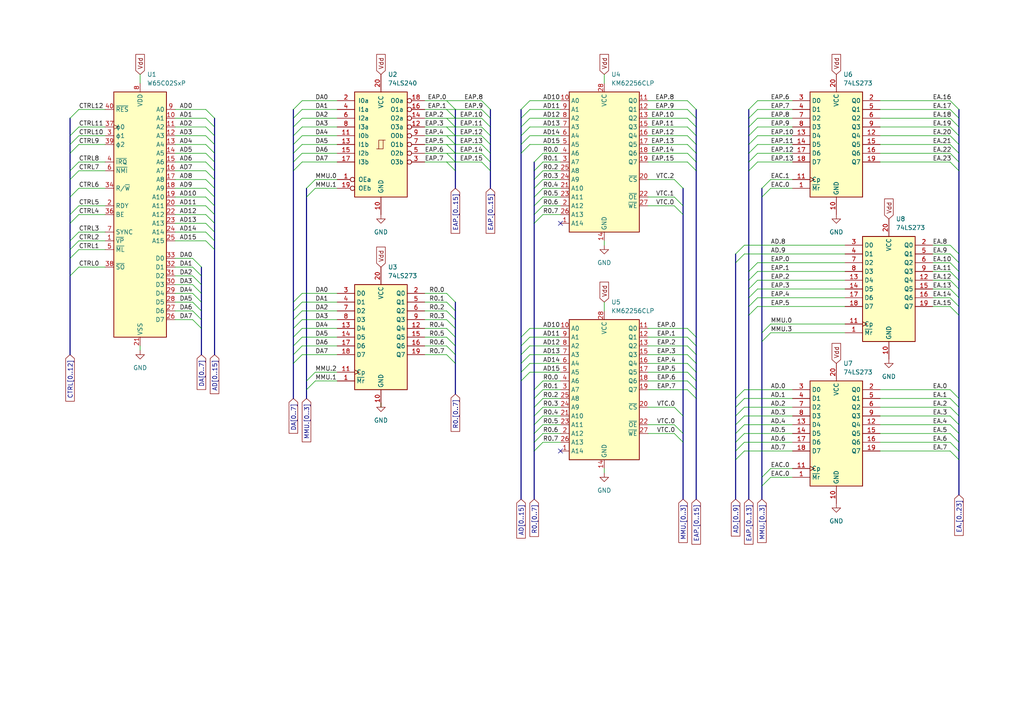
<source format=kicad_sch>
(kicad_sch (version 20211123) (generator eeschema)
  (paper "A4")
  (lib_symbols
    (symbol "74xx:74LS240" (pin_names (offset 1.016))
      (property "Reference" "U" (at -7.62 16.51 0))
      (property "Value" "74LS240" (at -7.62 -16.51 0))
      (symbol "74LS240_1_0"
        (pin input inverted (at -12.7 -10.16 0) (length 5.08) (name "OEa") (number "1"))
        (pin power_in line (at 0 -20.32 90) (length 5.08) (name "GND") (number "10"))
        (pin input line (at -12.7 2.54 0) (length 5.08) (name "I0b") (number "11"))
        (pin tri_state inverted (at 12.7 5.08 180) (length 5.08) (name "O3a") (number "12"))
        (pin input line (at -12.7 0 0) (length 5.08) (name "I1b") (number "13"))
        (pin tri_state inverted (at 12.7 7.62 180) (length 5.08) (name "O2a") (number "14"))
        (pin input line (at -12.7 -2.54 0) (length 5.08) (name "I2b") (number "15"))
        (pin tri_state inverted (at 12.7 10.16 180) (length 5.08) (name "O1a") (number "16"))
        (pin input line (at -12.7 -5.08 0) (length 5.08) (name "I3b") (number "17"))
        (pin tri_state inverted (at 12.7 12.7 180) (length 5.08) (name "O0a") (number "18"))
        (pin input inverted (at -12.7 -12.7 0) (length 5.08) (name "OEb") (number "19"))
        (pin input line (at -12.7 12.7 0) (length 5.08) (name "I0a") (number "2"))
        (pin power_in line (at 0 20.32 270) (length 5.08) (name "VCC") (number "20"))
        (pin tri_state inverted (at 12.7 -5.08 180) (length 5.08) (name "O3b") (number "3"))
        (pin input line (at -12.7 10.16 0) (length 5.08) (name "I1a") (number "4"))
        (pin tri_state inverted (at 12.7 -2.54 180) (length 5.08) (name "O2b") (number "5"))
        (pin input line (at -12.7 7.62 0) (length 5.08) (name "I2a") (number "6"))
        (pin tri_state inverted (at 12.7 0 180) (length 5.08) (name "O1b") (number "7"))
        (pin input line (at -12.7 5.08 0) (length 5.08) (name "I3a") (number "8"))
        (pin tri_state inverted (at 12.7 2.54 180) (length 5.08) (name "O0b") (number "9"))
      )
    )
    (symbol "74xx:74LS273"
      (property "Reference" "U" (at -7.62 16.51 0))
      (property "Value" "74LS273" (at -7.62 -16.51 0))
      (symbol "74LS273_1_0"
        (pin input line (at -12.7 -12.7 0) (length 5.08) (name "~{Mr}") (number "1"))
        (pin power_in line (at 0 -20.32 90) (length 5.08) (name "GND") (number "10"))
        (pin input clock (at -12.7 -10.16 0) (length 5.08) (name "Cp") (number "11"))
        (pin output line (at 12.7 2.54 180) (length 5.08) (name "Q4") (number "12"))
        (pin input line (at -12.7 2.54 0) (length 5.08) (name "D4") (number "13"))
        (pin input line (at -12.7 0 0) (length 5.08) (name "D5") (number "14"))
        (pin output line (at 12.7 0 180) (length 5.08) (name "Q5") (number "15"))
        (pin output line (at 12.7 -2.54 180) (length 5.08) (name "Q6") (number "16"))
        (pin input line (at -12.7 -2.54 0) (length 5.08) (name "D6") (number "17"))
        (pin input line (at -12.7 -5.08 0) (length 5.08) (name "D7") (number "18"))
        (pin output line (at 12.7 -5.08 180) (length 5.08) (name "Q7") (number "19"))
        (pin output line (at 12.7 12.7 180) (length 5.08) (name "Q0") (number "2"))
        (pin power_in line (at 0 20.32 270) (length 5.08) (name "VCC") (number "20"))
        (pin input line (at -12.7 12.7 0) (length 5.08) (name "D0") (number "3"))
        (pin input line (at -12.7 10.16 0) (length 5.08) (name "D1") (number "4"))
        (pin output line (at 12.7 10.16 180) (length 5.08) (name "Q1") (number "5"))
        (pin output line (at 12.7 7.62 180) (length 5.08) (name "Q2") (number "6"))
        (pin input line (at -12.7 7.62 0) (length 5.08) (name "D2") (number "7"))
        (pin input line (at -12.7 5.08 0) (length 5.08) (name "D3") (number "8"))
        (pin output line (at 12.7 5.08 180) (length 5.08) (name "Q3") (number "9"))
      )
    )
    (symbol "Memory_RAM:KM62256CLP"
      (property "Reference" "U" (at -10.16 20.955 0))
      (property "Value" "KM62256CLP" (at 2.54 20.955 0))
      (symbol "KM62256CLP_0_0"
        (pin power_in line (at 0 -22.86 90) (length 2.54) (name "GND") (number "14"))
        (pin power_in line (at 0 22.86 270) (length 2.54) (name "VCC") (number "28"))
      )
      (symbol "KM62256CLP_1_1"
        (pin input line (at -12.7 -17.78 0) (length 2.54) (name "A14") (number "1"))
        (pin input line (at -12.7 17.78 0) (length 2.54) (name "A0") (number "10"))
        (pin tri_state line (at 12.7 17.78 180) (length 2.54) (name "Q0") (number "11"))
        (pin tri_state line (at 12.7 15.24 180) (length 2.54) (name "Q1") (number "12"))
        (pin tri_state line (at 12.7 12.7 180) (length 2.54) (name "Q2") (number "13"))
        (pin tri_state line (at 12.7 10.16 180) (length 2.54) (name "Q3") (number "15"))
        (pin tri_state line (at 12.7 7.62 180) (length 2.54) (name "Q4") (number "16"))
        (pin tri_state line (at 12.7 5.08 180) (length 2.54) (name "Q5") (number "17"))
        (pin tri_state line (at 12.7 2.54 180) (length 2.54) (name "Q6") (number "18"))
        (pin tri_state line (at 12.7 0 180) (length 2.54) (name "Q7") (number "19"))
        (pin input line (at -12.7 -12.7 0) (length 2.54) (name "A12") (number "2"))
        (pin input line (at 12.7 -5.08 180) (length 2.54) (name "~{CS}") (number "20"))
        (pin input line (at -12.7 -7.62 0) (length 2.54) (name "A10") (number "21"))
        (pin input line (at 12.7 -10.16 180) (length 2.54) (name "~{OE}") (number "22"))
        (pin input line (at -12.7 -10.16 0) (length 2.54) (name "A11") (number "23"))
        (pin input line (at -12.7 -5.08 0) (length 2.54) (name "A9") (number "24"))
        (pin input line (at -12.7 -2.54 0) (length 2.54) (name "A8") (number "25"))
        (pin input line (at -12.7 -15.24 0) (length 2.54) (name "A13") (number "26"))
        (pin input line (at 12.7 -12.7 180) (length 2.54) (name "~{WE}") (number "27"))
        (pin input line (at -12.7 0 0) (length 2.54) (name "A7") (number "3"))
        (pin input line (at -12.7 2.54 0) (length 2.54) (name "A6") (number "4"))
        (pin input line (at -12.7 5.08 0) (length 2.54) (name "A5") (number "5"))
        (pin input line (at -12.7 7.62 0) (length 2.54) (name "A4") (number "6"))
        (pin input line (at -12.7 10.16 0) (length 2.54) (name "A3") (number "7"))
        (pin input line (at -12.7 12.7 0) (length 2.54) (name "A2") (number "8"))
        (pin input line (at -12.7 15.24 0) (length 2.54) (name "A1") (number "9"))
      )
    )
    (symbol "RetroLab 6502:W65C02SxP"
      (property "Reference" "U" (at 2.54 40.64 0))
      (property "Value" "W65C02SxP" (at 2.54 38.1 0))
      (symbol "W65C02SxP_1_1"
        (pin output line (at -10.16 -7.62 0) (length 2.54) (name "~{VP}") (number "1"))
        (pin tri_state line (at 10.16 27.94 180) (length 2.54) (name "A1") (number "10"))
        (pin tri_state line (at 10.16 25.4 180) (length 2.54) (name "A2") (number "11"))
        (pin tri_state line (at 10.16 22.86 180) (length 2.54) (name "A3") (number "12"))
        (pin tri_state line (at 10.16 20.32 180) (length 2.54) (name "A4") (number "13"))
        (pin tri_state line (at 10.16 17.78 180) (length 2.54) (name "A5") (number "14"))
        (pin tri_state line (at 10.16 15.24 180) (length 2.54) (name "A6") (number "15"))
        (pin tri_state line (at 10.16 12.7 180) (length 2.54) (name "A7") (number "16"))
        (pin tri_state line (at 10.16 10.16 180) (length 2.54) (name "A8") (number "17"))
        (pin tri_state line (at 10.16 7.62 180) (length 2.54) (name "A9") (number "18"))
        (pin tri_state line (at 10.16 5.08 180) (length 2.54) (name "A10") (number "19"))
        (pin open_collector line (at -10.16 2.54 0) (length 2.54) (name "RDY") (number "2"))
        (pin tri_state line (at 10.16 2.54 180) (length 2.54) (name "A11") (number "20"))
        (pin power_in line (at 0 -38.1 90) (length 2.54) (name "VSS") (number "21"))
        (pin tri_state line (at 10.16 0 180) (length 2.54) (name "A12") (number "22"))
        (pin tri_state line (at 10.16 -2.54 180) (length 2.54) (name "A13") (number "23"))
        (pin tri_state line (at 10.16 -5.08 180) (length 2.54) (name "A14") (number "24"))
        (pin tri_state line (at 10.16 -7.62 180) (length 2.54) (name "A15") (number "25"))
        (pin bidirectional line (at 10.16 -30.48 180) (length 2.54) (name "D7") (number "26"))
        (pin bidirectional line (at 10.16 -27.94 180) (length 2.54) (name "D6") (number "27"))
        (pin bidirectional line (at 10.16 -25.4 180) (length 2.54) (name "D5") (number "28"))
        (pin bidirectional line (at 10.16 -22.86 180) (length 2.54) (name "D4") (number "29"))
        (pin output line (at -10.16 22.86 0) (length 2.54) (name "ϕ1") (number "3"))
        (pin bidirectional line (at 10.16 -20.32 180) (length 2.54) (name "D3") (number "30"))
        (pin bidirectional line (at 10.16 -17.78 180) (length 2.54) (name "D2") (number "31"))
        (pin bidirectional line (at 10.16 -15.24 180) (length 2.54) (name "D1") (number "32"))
        (pin bidirectional line (at 10.16 -12.7 180) (length 2.54) (name "D0") (number "33"))
        (pin tri_state line (at -10.16 7.62 0) (length 2.54) (name "R/~{W}") (number "34"))
        (pin no_connect non_logic (at -7.62 -30.48 0) (length 2.54) hide (name "nc") (number "35"))
        (pin input line (at -10.16 0 0) (length 2.54) (name "BE") (number "36"))
        (pin input clock (at -10.16 25.4 0) (length 2.54) (name "ϕ0") (number "37"))
        (pin input line (at -10.16 -15.24 0) (length 2.54) (name "~{SO}") (number "38"))
        (pin output line (at -10.16 20.32 0) (length 2.54) (name "ϕ2") (number "39"))
        (pin input line (at -10.16 15.24 0) (length 2.54) (name "~{IRQ}") (number "4"))
        (pin input line (at -10.16 30.48 0) (length 2.54) (name "~{RES}") (number "40"))
        (pin output line (at -10.16 -10.16 0) (length 2.54) (name "~{ML}") (number "5"))
        (pin input line (at -10.16 12.7 0) (length 2.54) (name "~{NMI}") (number "6"))
        (pin output line (at -10.16 -5.08 0) (length 2.54) (name "SYNC") (number "7"))
        (pin power_in line (at 0 38.1 270) (length 2.54) (name "VDD") (number "8"))
        (pin tri_state line (at 10.16 30.48 180) (length 2.54) (name "A0") (number "9"))
      )
    )
    (symbol "power:GND" (power) (pin_names (offset 0))
      (property "Value" "GND" (at 0 -3.81 0))
      (symbol "GND_1_1"
        (pin power_in line (at 0 0 270) (length 0) hide (name "GND") (number "1"))
      )
    )
  )
  (no_connect (at 162.56 64.77))
  (no_connect (at 162.56 130.81))
  (bus_entry (at 201.93 102.87) (size -2.54 -2.54))
  (bus_entry (at 132.08 105.41) (size -2.54 -2.54))
  (bus_entry (at 20.32 74.93) (size 2.54 -2.54))
  (bus_entry (at 278.13 91.44) (size -2.54 -2.54))
  (bus_entry (at 154.94 46.99) (size 2.54 -2.54))
  (bus_entry (at 151.13 105.41) (size 2.54 -2.54))
  (bus_entry (at 132.08 41.91) (size -2.54 -2.54))
  (bus_entry (at 278.13 49.53) (size -2.54 -2.54))
  (bus_entry (at 198.12 120.65) (size -2.54 -2.54))
  (bus_entry (at 132.08 49.53) (size -2.54 -2.54))
  (bus_entry (at 151.13 31.75) (size 2.54 -2.54))
  (bus_entry (at 201.93 110.49) (size -2.54 -2.54))
  (bus_entry (at 151.13 97.79) (size 2.54 -2.54))
  (bus_entry (at 88.9 113.03) (size 2.54 -2.54))
  (bus_entry (at 217.17 88.9) (size 2.54 -2.54))
  (bus_entry (at 154.94 59.69) (size 2.54 -2.54))
  (bus_entry (at 217.17 91.44) (size 2.54 -2.54))
  (bus_entry (at 278.13 88.9) (size -2.54 -2.54))
  (bus_entry (at 151.13 36.83) (size 2.54 -2.54))
  (bus_entry (at 220.98 57.15) (size 2.54 -2.54))
  (bus_entry (at 201.93 107.95) (size -2.54 -2.54))
  (bus_entry (at 132.08 46.99) (size -2.54 -2.54))
  (bus_entry (at 20.32 41.91) (size 2.54 -2.54))
  (bus_entry (at 213.36 120.65) (size 2.54 -2.54))
  (bus_entry (at 85.09 39.37) (size 2.54 -2.54))
  (bus_entry (at 85.09 36.83) (size 2.54 -2.54))
  (bus_entry (at 278.13 123.19) (size -2.54 -2.54))
  (bus_entry (at 201.93 44.45) (size -2.54 -2.54))
  (bus_entry (at 132.08 95.25) (size -2.54 -2.54))
  (bus_entry (at 198.12 125.73) (size -2.54 -2.54))
  (bus_entry (at 198.12 62.23) (size -2.54 -2.54))
  (bus_entry (at 220.98 138.43) (size 2.54 -2.54))
  (bus_entry (at 151.13 110.49) (size 2.54 -2.54))
  (bus_entry (at 278.13 34.29) (size -2.54 -2.54))
  (bus_entry (at 20.32 52.07) (size 2.54 -2.54))
  (bus_entry (at 132.08 36.83) (size -2.54 -2.54))
  (bus_entry (at 151.13 41.91) (size 2.54 -2.54))
  (bus_entry (at 201.93 36.83) (size -2.54 -2.54))
  (bus_entry (at 213.36 130.81) (size 2.54 -2.54))
  (bus_entry (at 59.69 62.23) (size 2.54 2.54))
  (bus_entry (at 59.69 64.77) (size 2.54 2.54))
  (bus_entry (at 59.69 69.85) (size 2.54 2.54))
  (bus_entry (at 59.69 67.31) (size 2.54 2.54))
  (bus_entry (at 59.69 57.15) (size 2.54 2.54))
  (bus_entry (at 59.69 59.69) (size 2.54 2.54))
  (bus_entry (at 59.69 54.61) (size 2.54 2.54))
  (bus_entry (at 59.69 52.07) (size 2.54 2.54))
  (bus_entry (at 59.69 44.45) (size 2.54 2.54))
  (bus_entry (at 59.69 41.91) (size 2.54 2.54))
  (bus_entry (at 59.69 39.37) (size 2.54 2.54))
  (bus_entry (at 59.69 31.75) (size 2.54 2.54))
  (bus_entry (at 59.69 34.29) (size 2.54 2.54))
  (bus_entry (at 59.69 36.83) (size 2.54 2.54))
  (bus_entry (at 59.69 46.99) (size 2.54 2.54))
  (bus_entry (at 59.69 49.53) (size 2.54 2.54))
  (bus_entry (at 151.13 44.45) (size 2.54 -2.54))
  (bus_entry (at 154.94 130.81) (size 2.54 -2.54))
  (bus_entry (at 213.36 118.11) (size 2.54 -2.54))
  (bus_entry (at 132.08 31.75) (size -2.54 -2.54))
  (bus_entry (at 85.09 49.53) (size 2.54 -2.54))
  (bus_entry (at 278.13 115.57) (size -2.54 -2.54))
  (bus_entry (at 217.17 34.29) (size 2.54 -2.54))
  (bus_entry (at 20.32 49.53) (size 2.54 -2.54))
  (bus_entry (at 213.36 133.35) (size 2.54 -2.54))
  (bus_entry (at 278.13 133.35) (size -2.54 -2.54))
  (bus_entry (at 278.13 31.75) (size -2.54 -2.54))
  (bus_entry (at 132.08 39.37) (size -2.54 -2.54))
  (bus_entry (at 142.24 44.45) (size -2.54 -2.54))
  (bus_entry (at 278.13 86.36) (size -2.54 -2.54))
  (bus_entry (at 201.93 31.75) (size -2.54 -2.54))
  (bus_entry (at 220.98 140.97) (size 2.54 -2.54))
  (bus_entry (at 154.94 118.11) (size 2.54 -2.54))
  (bus_entry (at 85.09 41.91) (size 2.54 -2.54))
  (bus_entry (at 154.94 49.53) (size 2.54 -2.54))
  (bus_entry (at 20.32 62.23) (size 2.54 -2.54))
  (bus_entry (at 278.13 44.45) (size -2.54 -2.54))
  (bus_entry (at 85.09 100.33) (size 2.54 -2.54))
  (bus_entry (at 201.93 49.53) (size -2.54 -2.54))
  (bus_entry (at 151.13 39.37) (size 2.54 -2.54))
  (bus_entry (at 278.13 46.99) (size -2.54 -2.54))
  (bus_entry (at 142.24 31.75) (size -2.54 -2.54))
  (bus_entry (at 88.9 110.49) (size 2.54 -2.54))
  (bus_entry (at 198.12 59.69) (size -2.54 -2.54))
  (bus_entry (at 88.9 57.15) (size 2.54 -2.54))
  (bus_entry (at 142.24 49.53) (size -2.54 -2.54))
  (bus_entry (at 278.13 81.28) (size -2.54 -2.54))
  (bus_entry (at 20.32 34.29) (size 2.54 -2.54))
  (bus_entry (at 278.13 41.91) (size -2.54 -2.54))
  (bus_entry (at 217.17 86.36) (size 2.54 -2.54))
  (bus_entry (at 278.13 125.73) (size -2.54 -2.54))
  (bus_entry (at 154.94 128.27) (size 2.54 -2.54))
  (bus_entry (at 201.93 39.37) (size -2.54 -2.54))
  (bus_entry (at 154.94 123.19) (size 2.54 -2.54))
  (bus_entry (at 198.12 128.27) (size -2.54 -2.54))
  (bus_entry (at 201.93 41.91) (size -2.54 -2.54))
  (bus_entry (at 129.54 85.09) (size 2.54 2.54))
  (bus_entry (at 129.54 87.63) (size 2.54 2.54))
  (bus_entry (at 85.09 105.41) (size 2.54 -2.54))
  (bus_entry (at 278.13 36.83) (size -2.54 -2.54))
  (bus_entry (at 85.09 92.71) (size 2.54 -2.54))
  (bus_entry (at 278.13 120.65) (size -2.54 -2.54))
  (bus_entry (at 278.13 78.74) (size -2.54 -2.54))
  (bus_entry (at 151.13 34.29) (size 2.54 -2.54))
  (bus_entry (at 278.13 83.82) (size -2.54 -2.54))
  (bus_entry (at 85.09 102.87) (size 2.54 -2.54))
  (bus_entry (at 85.09 97.79) (size 2.54 -2.54))
  (bus_entry (at 217.17 46.99) (size 2.54 -2.54))
  (bus_entry (at 201.93 34.29) (size -2.54 -2.54))
  (bus_entry (at 213.36 76.2) (size 2.54 -2.54))
  (bus_entry (at 20.32 69.85) (size 2.54 -2.54))
  (bus_entry (at 151.13 102.87) (size 2.54 -2.54))
  (bus_entry (at 132.08 102.87) (size -2.54 -2.54))
  (bus_entry (at 201.93 97.79) (size -2.54 -2.54))
  (bus_entry (at 85.09 87.63) (size 2.54 -2.54))
  (bus_entry (at 142.24 34.29) (size -2.54 -2.54))
  (bus_entry (at 151.13 107.95) (size 2.54 -2.54))
  (bus_entry (at 88.9 54.61) (size 2.54 -2.54))
  (bus_entry (at 142.24 41.91) (size -2.54 -2.54))
  (bus_entry (at 217.17 81.28) (size 2.54 -2.54))
  (bus_entry (at 213.36 128.27) (size 2.54 -2.54))
  (bus_entry (at 213.36 73.66) (size 2.54 -2.54))
  (bus_entry (at 142.24 39.37) (size -2.54 -2.54))
  (bus_entry (at 20.32 57.15) (size 2.54 -2.54))
  (bus_entry (at 217.17 31.75) (size 2.54 -2.54))
  (bus_entry (at 220.98 99.06) (size 2.54 -2.54))
  (bus_entry (at 154.94 113.03) (size 2.54 -2.54))
  (bus_entry (at 278.13 118.11) (size -2.54 -2.54))
  (bus_entry (at 85.09 31.75) (size 2.54 -2.54))
  (bus_entry (at 154.94 54.61) (size 2.54 -2.54))
  (bus_entry (at 154.94 120.65) (size 2.54 -2.54))
  (bus_entry (at 154.94 64.77) (size 2.54 -2.54))
  (bus_entry (at 132.08 92.71) (size -2.54 -2.54))
  (bus_entry (at 217.17 83.82) (size 2.54 -2.54))
  (bus_entry (at 55.88 74.93) (size 2.54 2.54))
  (bus_entry (at 55.88 77.47) (size 2.54 2.54))
  (bus_entry (at 55.88 80.01) (size 2.54 2.54))
  (bus_entry (at 55.88 82.55) (size 2.54 2.54))
  (bus_entry (at 55.88 85.09) (size 2.54 2.54))
  (bus_entry (at 55.88 92.71) (size 2.54 2.54))
  (bus_entry (at 55.88 90.17) (size 2.54 2.54))
  (bus_entry (at 55.88 87.63) (size 2.54 2.54))
  (bus_entry (at 217.17 44.45) (size 2.54 -2.54))
  (bus_entry (at 213.36 115.57) (size 2.54 -2.54))
  (bus_entry (at 20.32 39.37) (size 2.54 -2.54))
  (bus_entry (at 154.94 57.15) (size 2.54 -2.54))
  (bus_entry (at 278.13 128.27) (size -2.54 -2.54))
  (bus_entry (at 132.08 100.33) (size -2.54 -2.54))
  (bus_entry (at 85.09 95.25) (size 2.54 -2.54))
  (bus_entry (at 132.08 97.79) (size -2.54 -2.54))
  (bus_entry (at 85.09 44.45) (size 2.54 -2.54))
  (bus_entry (at 220.98 54.61) (size 2.54 -2.54))
  (bus_entry (at 217.17 41.91) (size 2.54 -2.54))
  (bus_entry (at 154.94 115.57) (size 2.54 -2.54))
  (bus_entry (at 154.94 62.23) (size 2.54 -2.54))
  (bus_entry (at 201.93 100.33) (size -2.54 -2.54))
  (bus_entry (at 278.13 130.81) (size -2.54 -2.54))
  (bus_entry (at 217.17 39.37) (size 2.54 -2.54))
  (bus_entry (at 278.13 73.66) (size -2.54 -2.54))
  (bus_entry (at 85.09 34.29) (size 2.54 -2.54))
  (bus_entry (at 20.32 72.39) (size 2.54 -2.54))
  (bus_entry (at 85.09 46.99) (size 2.54 -2.54))
  (bus_entry (at 217.17 78.74) (size 2.54 -2.54))
  (bus_entry (at 198.12 54.61) (size -2.54 -2.54))
  (bus_entry (at 201.93 113.03) (size -2.54 -2.54))
  (bus_entry (at 278.13 76.2) (size -2.54 -2.54))
  (bus_entry (at 213.36 123.19) (size 2.54 -2.54))
  (bus_entry (at 132.08 44.45) (size -2.54 -2.54))
  (bus_entry (at 85.09 90.17) (size 2.54 -2.54))
  (bus_entry (at 217.17 49.53) (size 2.54 -2.54))
  (bus_entry (at 151.13 100.33) (size 2.54 -2.54))
  (bus_entry (at 20.32 80.01) (size 2.54 -2.54))
  (bus_entry (at 278.13 39.37) (size -2.54 -2.54))
  (bus_entry (at 220.98 96.52) (size 2.54 -2.54))
  (bus_entry (at 20.32 64.77) (size 2.54 -2.54))
  (bus_entry (at 142.24 46.99) (size -2.54 -2.54))
  (bus_entry (at 213.36 125.73) (size 2.54 -2.54))
  (bus_entry (at 201.93 46.99) (size -2.54 -2.54))
  (bus_entry (at 201.93 105.41) (size -2.54 -2.54))
  (bus_entry (at 154.94 52.07) (size 2.54 -2.54))
  (bus_entry (at 132.08 34.29) (size -2.54 -2.54))
  (bus_entry (at 154.94 125.73) (size 2.54 -2.54))
  (bus_entry (at 201.93 115.57) (size -2.54 -2.54))
  (bus_entry (at 20.32 44.45) (size 2.54 -2.54))
  (bus_entry (at 217.17 36.83) (size 2.54 -2.54))
  (bus_entry (at 142.24 36.83) (size -2.54 -2.54))
  (bus (pts (xy 20.32 57.15) (xy 20.32 62.23)))
  (bus (pts (xy 62.23 34.29) (xy 62.23 36.83)))
  (wire (pts (xy 219.71 34.29) (xy 229.87 34.29)))
  (bus (pts (xy 58.42 80.01) (xy 58.42 82.55)))
  (wire (pts (xy 157.48 54.61) (xy 162.56 54.61)))
  (wire (pts (xy 187.96 100.33) (xy 199.39 100.33)))
  (wire (pts (xy 219.71 81.28) (xy 245.11 81.28)))
  (wire (pts (xy 50.8 85.09) (xy 55.88 85.09)))
  (bus (pts (xy 154.94 52.07) (xy 154.94 54.61)))
  (wire (pts (xy 22.86 39.37) (xy 30.48 39.37)))
  (wire (pts (xy 157.48 123.19) (xy 162.56 123.19)))
  (wire (pts (xy 255.27 29.21) (xy 275.59 29.21)))
  (bus (pts (xy 278.13 128.27) (xy 278.13 130.81)))
  (wire (pts (xy 87.63 100.33) (xy 97.79 100.33)))
  (bus (pts (xy 85.09 100.33) (xy 85.09 102.87)))
  (bus (pts (xy 151.13 110.49) (xy 151.13 144.78)))
  (bus (pts (xy 85.09 34.29) (xy 85.09 36.83)))
  (bus (pts (xy 62.23 67.31) (xy 62.23 69.85)))
  (wire (pts (xy 219.71 78.74) (xy 245.11 78.74)))
  (wire (pts (xy 157.48 118.11) (xy 162.56 118.11)))
  (bus (pts (xy 213.36 133.35) (xy 213.36 144.78)))
  (bus (pts (xy 132.08 87.63) (xy 132.08 90.17)))
  (bus (pts (xy 142.24 46.99) (xy 142.24 49.53)))
  (bus (pts (xy 278.13 76.2) (xy 278.13 78.74)))
  (bus (pts (xy 132.08 102.87) (xy 132.08 105.41)))
  (bus (pts (xy 278.13 31.75) (xy 278.13 34.29)))
  (bus (pts (xy 62.23 59.69) (xy 62.23 62.23)))
  (wire (pts (xy 157.48 57.15) (xy 162.56 57.15)))
  (wire (pts (xy 187.96 52.07) (xy 195.58 52.07)))
  (bus (pts (xy 201.93 44.45) (xy 201.93 46.99)))
  (wire (pts (xy 50.8 44.45) (xy 59.69 44.45)))
  (bus (pts (xy 85.09 41.91) (xy 85.09 44.45)))
  (bus (pts (xy 151.13 34.29) (xy 151.13 36.83)))
  (wire (pts (xy 153.67 31.75) (xy 162.56 31.75)))
  (wire (pts (xy 219.71 88.9) (xy 245.11 88.9)))
  (wire (pts (xy 123.19 39.37) (xy 129.54 39.37)))
  (wire (pts (xy 87.63 31.75) (xy 97.79 31.75)))
  (bus (pts (xy 154.94 46.99) (xy 154.94 49.53)))
  (bus (pts (xy 85.09 39.37) (xy 85.09 41.91)))
  (wire (pts (xy 87.63 102.87) (xy 97.79 102.87)))
  (bus (pts (xy 88.9 57.15) (xy 88.9 110.49)))
  (bus (pts (xy 217.17 78.74) (xy 217.17 81.28)))
  (wire (pts (xy 157.48 52.07) (xy 162.56 52.07)))
  (bus (pts (xy 20.32 41.91) (xy 20.32 44.45)))
  (wire (pts (xy 129.54 34.29) (xy 132.08 34.29)))
  (wire (pts (xy 50.8 77.47) (xy 55.88 77.47)))
  (wire (pts (xy 187.96 46.99) (xy 199.39 46.99)))
  (bus (pts (xy 142.24 41.91) (xy 142.24 44.45)))
  (bus (pts (xy 85.09 49.53) (xy 85.09 87.63)))
  (bus (pts (xy 220.98 96.52) (xy 220.98 99.06)))
  (wire (pts (xy 123.19 41.91) (xy 129.54 41.91)))
  (wire (pts (xy 50.8 36.83) (xy 59.69 36.83)))
  (wire (pts (xy 219.71 44.45) (xy 229.87 44.45)))
  (wire (pts (xy 255.27 115.57) (xy 275.59 115.57)))
  (wire (pts (xy 123.19 102.87) (xy 129.54 102.87)))
  (wire (pts (xy 132.08 44.45) (xy 139.7 44.45)))
  (wire (pts (xy 175.26 71.12) (xy 175.26 69.85)))
  (wire (pts (xy 215.9 120.65) (xy 229.87 120.65)))
  (wire (pts (xy 187.96 110.49) (xy 199.39 110.49)))
  (wire (pts (xy 87.63 97.79) (xy 97.79 97.79)))
  (wire (pts (xy 270.51 83.82) (xy 275.59 83.82)))
  (wire (pts (xy 175.26 87.63) (xy 175.26 90.17)))
  (wire (pts (xy 129.54 46.99) (xy 132.08 46.99)))
  (wire (pts (xy 270.51 78.74) (xy 275.59 78.74)))
  (wire (pts (xy 187.96 41.91) (xy 199.39 41.91)))
  (bus (pts (xy 151.13 44.45) (xy 151.13 97.79)))
  (wire (pts (xy 50.8 90.17) (xy 55.88 90.17)))
  (wire (pts (xy 22.86 31.75) (xy 30.48 31.75)))
  (wire (pts (xy 91.44 107.95) (xy 97.79 107.95)))
  (bus (pts (xy 154.94 118.11) (xy 154.94 120.65)))
  (wire (pts (xy 255.27 41.91) (xy 275.59 41.91)))
  (bus (pts (xy 85.09 105.41) (xy 85.09 115.57)))
  (bus (pts (xy 132.08 41.91) (xy 132.08 44.45)))
  (bus (pts (xy 278.13 49.53) (xy 278.13 73.66)))
  (bus (pts (xy 198.12 120.65) (xy 198.12 125.73)))
  (wire (pts (xy 187.96 39.37) (xy 199.39 39.37)))
  (wire (pts (xy 175.26 21.59) (xy 175.26 24.13)))
  (bus (pts (xy 62.23 57.15) (xy 62.23 59.69)))
  (bus (pts (xy 213.36 123.19) (xy 213.36 125.73)))
  (wire (pts (xy 157.48 49.53) (xy 162.56 49.53)))
  (bus (pts (xy 142.24 36.83) (xy 142.24 39.37)))
  (wire (pts (xy 50.8 74.93) (xy 55.88 74.93)))
  (bus (pts (xy 62.23 41.91) (xy 62.23 44.45)))
  (bus (pts (xy 132.08 92.71) (xy 132.08 95.25)))
  (bus (pts (xy 213.36 73.66) (xy 213.36 76.2)))
  (wire (pts (xy 129.54 31.75) (xy 123.19 31.75)))
  (bus (pts (xy 151.13 36.83) (xy 151.13 39.37)))
  (wire (pts (xy 132.08 34.29) (xy 139.7 34.29)))
  (bus (pts (xy 151.13 97.79) (xy 151.13 100.33)))
  (bus (pts (xy 278.13 81.28) (xy 278.13 83.82)))
  (wire (pts (xy 219.71 36.83) (xy 229.87 36.83)))
  (bus (pts (xy 278.13 83.82) (xy 278.13 86.36)))
  (wire (pts (xy 219.71 39.37) (xy 229.87 39.37)))
  (bus (pts (xy 132.08 46.99) (xy 132.08 49.53)))
  (bus (pts (xy 201.93 34.29) (xy 201.93 36.83)))
  (wire (pts (xy 22.86 77.47) (xy 30.48 77.47)))
  (wire (pts (xy 153.67 100.33) (xy 162.56 100.33)))
  (wire (pts (xy 215.9 118.11) (xy 229.87 118.11)))
  (bus (pts (xy 220.98 138.43) (xy 220.98 140.97)))
  (bus (pts (xy 85.09 95.25) (xy 85.09 97.79)))
  (bus (pts (xy 154.94 120.65) (xy 154.94 123.19)))
  (bus (pts (xy 213.36 120.65) (xy 213.36 123.19)))
  (wire (pts (xy 157.48 125.73) (xy 162.56 125.73)))
  (bus (pts (xy 220.98 57.15) (xy 220.98 96.52)))
  (bus (pts (xy 62.23 49.53) (xy 62.23 52.07)))
  (wire (pts (xy 50.8 64.77) (xy 59.69 64.77)))
  (bus (pts (xy 201.93 102.87) (xy 201.93 105.41)))
  (bus (pts (xy 201.93 41.91) (xy 201.93 44.45)))
  (wire (pts (xy 91.44 110.49) (xy 97.79 110.49)))
  (wire (pts (xy 255.27 113.03) (xy 275.59 113.03)))
  (wire (pts (xy 153.67 41.91) (xy 162.56 41.91)))
  (bus (pts (xy 151.13 100.33) (xy 151.13 102.87)))
  (wire (pts (xy 219.71 29.21) (xy 229.87 29.21)))
  (wire (pts (xy 270.51 88.9) (xy 275.59 88.9)))
  (wire (pts (xy 50.8 46.99) (xy 59.69 46.99)))
  (wire (pts (xy 219.71 46.99) (xy 229.87 46.99)))
  (bus (pts (xy 220.98 54.61) (xy 220.98 57.15)))
  (wire (pts (xy 255.27 39.37) (xy 275.59 39.37)))
  (bus (pts (xy 217.17 83.82) (xy 217.17 86.36)))
  (wire (pts (xy 87.63 36.83) (xy 97.79 36.83)))
  (wire (pts (xy 129.54 41.91) (xy 132.08 41.91)))
  (bus (pts (xy 213.36 128.27) (xy 213.36 130.81)))
  (wire (pts (xy 215.9 128.27) (xy 229.87 128.27)))
  (bus (pts (xy 151.13 31.75) (xy 151.13 34.29)))
  (bus (pts (xy 278.13 44.45) (xy 278.13 46.99)))
  (wire (pts (xy 187.96 31.75) (xy 199.39 31.75)))
  (wire (pts (xy 87.63 90.17) (xy 97.79 90.17)))
  (wire (pts (xy 215.9 113.03) (xy 229.87 113.03)))
  (bus (pts (xy 20.32 74.93) (xy 20.32 80.01)))
  (bus (pts (xy 278.13 86.36) (xy 278.13 88.9)))
  (bus (pts (xy 278.13 36.83) (xy 278.13 39.37)))
  (wire (pts (xy 255.27 123.19) (xy 275.59 123.19)))
  (bus (pts (xy 154.94 128.27) (xy 154.94 130.81)))
  (wire (pts (xy 153.67 97.79) (xy 162.56 97.79)))
  (wire (pts (xy 22.86 59.69) (xy 30.48 59.69)))
  (wire (pts (xy 50.8 52.07) (xy 59.69 52.07)))
  (bus (pts (xy 213.36 130.81) (xy 213.36 133.35)))
  (wire (pts (xy 175.26 137.16) (xy 175.26 135.89)))
  (wire (pts (xy 22.86 46.99) (xy 30.48 46.99)))
  (wire (pts (xy 123.19 34.29) (xy 129.54 34.29)))
  (bus (pts (xy 278.13 41.91) (xy 278.13 44.45)))
  (bus (pts (xy 132.08 90.17) (xy 132.08 92.71)))
  (wire (pts (xy 219.71 31.75) (xy 229.87 31.75)))
  (wire (pts (xy 50.8 54.61) (xy 59.69 54.61)))
  (bus (pts (xy 201.93 115.57) (xy 201.93 144.78)))
  (wire (pts (xy 50.8 80.01) (xy 55.88 80.01)))
  (wire (pts (xy 153.67 29.21) (xy 162.56 29.21)))
  (wire (pts (xy 255.27 120.65) (xy 275.59 120.65)))
  (wire (pts (xy 22.86 36.83) (xy 30.48 36.83)))
  (bus (pts (xy 62.23 64.77) (xy 62.23 67.31)))
  (bus (pts (xy 20.32 64.77) (xy 20.32 69.85)))
  (bus (pts (xy 58.42 85.09) (xy 58.42 87.63)))
  (bus (pts (xy 220.98 99.06) (xy 220.98 138.43)))
  (bus (pts (xy 58.42 95.25) (xy 58.42 102.87)))
  (wire (pts (xy 255.27 118.11) (xy 275.59 118.11)))
  (wire (pts (xy 157.48 115.57) (xy 162.56 115.57)))
  (wire (pts (xy 157.48 128.27) (xy 162.56 128.27)))
  (wire (pts (xy 110.49 118.11) (xy 110.49 116.84)))
  (bus (pts (xy 198.12 54.61) (xy 198.12 59.69)))
  (bus (pts (xy 142.24 39.37) (xy 142.24 41.91)))
  (bus (pts (xy 132.08 97.79) (xy 132.08 100.33)))
  (wire (pts (xy 223.52 54.61) (xy 229.87 54.61)))
  (wire (pts (xy 187.96 36.83) (xy 199.39 36.83)))
  (wire (pts (xy 215.9 130.81) (xy 229.87 130.81)))
  (wire (pts (xy 132.08 36.83) (xy 139.7 36.83)))
  (bus (pts (xy 20.32 72.39) (xy 20.32 74.93)))
  (wire (pts (xy 22.86 41.91) (xy 30.48 41.91)))
  (bus (pts (xy 62.23 46.99) (xy 62.23 49.53)))
  (bus (pts (xy 62.23 72.39) (xy 62.23 102.87)))
  (wire (pts (xy 123.19 85.09) (xy 129.54 85.09)))
  (wire (pts (xy 255.27 130.81) (xy 275.59 130.81)))
  (wire (pts (xy 223.52 93.98) (xy 245.11 93.98)))
  (wire (pts (xy 187.96 57.15) (xy 195.58 57.15)))
  (bus (pts (xy 62.23 39.37) (xy 62.23 41.91)))
  (wire (pts (xy 270.51 81.28) (xy 275.59 81.28)))
  (wire (pts (xy 87.63 29.21) (xy 97.79 29.21)))
  (wire (pts (xy 255.27 31.75) (xy 275.59 31.75)))
  (wire (pts (xy 123.19 95.25) (xy 129.54 95.25)))
  (bus (pts (xy 132.08 100.33) (xy 132.08 102.87)))
  (bus (pts (xy 88.9 54.61) (xy 88.9 57.15)))
  (bus (pts (xy 20.32 69.85) (xy 20.32 72.39)))
  (bus (pts (xy 62.23 54.61) (xy 62.23 57.15)))
  (wire (pts (xy 50.8 59.69) (xy 59.69 59.69)))
  (wire (pts (xy 270.51 86.36) (xy 275.59 86.36)))
  (bus (pts (xy 58.42 92.71) (xy 58.42 95.25)))
  (wire (pts (xy 255.27 44.45) (xy 275.59 44.45)))
  (bus (pts (xy 62.23 69.85) (xy 62.23 72.39)))
  (wire (pts (xy 123.19 97.79) (xy 129.54 97.79)))
  (wire (pts (xy 223.52 96.52) (xy 245.11 96.52)))
  (wire (pts (xy 50.8 49.53) (xy 59.69 49.53)))
  (wire (pts (xy 153.67 102.87) (xy 162.56 102.87)))
  (wire (pts (xy 22.86 69.85) (xy 30.48 69.85)))
  (wire (pts (xy 153.67 34.29) (xy 162.56 34.29)))
  (bus (pts (xy 198.12 128.27) (xy 198.12 144.78)))
  (wire (pts (xy 215.9 123.19) (xy 229.87 123.19)))
  (wire (pts (xy 22.86 67.31) (xy 30.48 67.31)))
  (bus (pts (xy 132.08 44.45) (xy 132.08 46.99)))
  (bus (pts (xy 217.17 91.44) (xy 217.17 144.78)))
  (wire (pts (xy 187.96 97.79) (xy 199.39 97.79)))
  (bus (pts (xy 217.17 39.37) (xy 217.17 41.91)))
  (bus (pts (xy 154.94 123.19) (xy 154.94 125.73)))
  (bus (pts (xy 278.13 34.29) (xy 278.13 36.83)))
  (wire (pts (xy 215.9 125.73) (xy 229.87 125.73)))
  (wire (pts (xy 255.27 36.83) (xy 275.59 36.83)))
  (bus (pts (xy 85.09 31.75) (xy 85.09 34.29)))
  (bus (pts (xy 278.13 115.57) (xy 278.13 118.11)))
  (wire (pts (xy 153.67 95.25) (xy 162.56 95.25)))
  (bus (pts (xy 154.94 59.69) (xy 154.94 62.23)))
  (bus (pts (xy 132.08 39.37) (xy 132.08 41.91)))
  (bus (pts (xy 151.13 107.95) (xy 151.13 110.49)))
  (bus (pts (xy 198.12 125.73) (xy 198.12 128.27)))
  (bus (pts (xy 217.17 36.83) (xy 217.17 39.37)))
  (wire (pts (xy 187.96 95.25) (xy 199.39 95.25)))
  (bus (pts (xy 213.36 118.11) (xy 213.36 120.65)))
  (bus (pts (xy 198.12 62.23) (xy 198.12 120.65)))
  (wire (pts (xy 187.96 59.69) (xy 195.58 59.69)))
  (wire (pts (xy 129.54 31.75) (xy 132.08 31.75)))
  (wire (pts (xy 187.96 29.21) (xy 199.39 29.21)))
  (bus (pts (xy 278.13 39.37) (xy 278.13 41.91)))
  (wire (pts (xy 123.19 90.17) (xy 129.54 90.17)))
  (wire (pts (xy 87.63 87.63) (xy 97.79 87.63)))
  (wire (pts (xy 157.48 62.23) (xy 162.56 62.23)))
  (bus (pts (xy 201.93 107.95) (xy 201.93 110.49)))
  (bus (pts (xy 278.13 46.99) (xy 278.13 49.53)))
  (wire (pts (xy 157.48 110.49) (xy 162.56 110.49)))
  (bus (pts (xy 142.24 44.45) (xy 142.24 46.99)))
  (bus (pts (xy 62.23 52.07) (xy 62.23 54.61)))
  (bus (pts (xy 201.93 110.49) (xy 201.93 113.03)))
  (bus (pts (xy 154.94 64.77) (xy 154.94 113.03)))
  (wire (pts (xy 123.19 46.99) (xy 129.54 46.99)))
  (wire (pts (xy 223.52 135.89) (xy 229.87 135.89)))
  (wire (pts (xy 50.8 41.91) (xy 59.69 41.91)))
  (wire (pts (xy 22.86 49.53) (xy 30.48 49.53)))
  (bus (pts (xy 278.13 123.19) (xy 278.13 125.73)))
  (bus (pts (xy 278.13 133.35) (xy 278.13 143.51)))
  (wire (pts (xy 50.8 62.23) (xy 59.69 62.23)))
  (bus (pts (xy 154.94 115.57) (xy 154.94 118.11)))
  (wire (pts (xy 215.9 115.57) (xy 229.87 115.57)))
  (wire (pts (xy 87.63 44.45) (xy 97.79 44.45)))
  (bus (pts (xy 20.32 39.37) (xy 20.32 41.91)))
  (bus (pts (xy 278.13 118.11) (xy 278.13 120.65)))
  (wire (pts (xy 270.51 71.12) (xy 275.59 71.12)))
  (bus (pts (xy 217.17 81.28) (xy 217.17 83.82)))
  (bus (pts (xy 132.08 36.83) (xy 132.08 39.37)))
  (wire (pts (xy 255.27 46.99) (xy 275.59 46.99)))
  (bus (pts (xy 142.24 49.53) (xy 142.24 54.61)))
  (bus (pts (xy 201.93 36.83) (xy 201.93 39.37)))
  (wire (pts (xy 187.96 107.95) (xy 199.39 107.95)))
  (bus (pts (xy 201.93 31.75) (xy 201.93 34.29)))
  (bus (pts (xy 217.17 49.53) (xy 217.17 78.74)))
  (bus (pts (xy 62.23 44.45) (xy 62.23 46.99)))
  (bus (pts (xy 154.94 62.23) (xy 154.94 64.77)))
  (wire (pts (xy 132.08 39.37) (xy 139.7 39.37)))
  (bus (pts (xy 132.08 34.29) (xy 132.08 36.83)))
  (bus (pts (xy 58.42 82.55) (xy 58.42 85.09)))
  (wire (pts (xy 219.71 76.2) (xy 245.11 76.2)))
  (bus (pts (xy 58.42 87.63) (xy 58.42 90.17)))
  (bus (pts (xy 201.93 39.37) (xy 201.93 41.91)))
  (bus (pts (xy 20.32 34.29) (xy 20.32 39.37)))
  (wire (pts (xy 187.96 118.11) (xy 195.58 118.11)))
  (wire (pts (xy 123.19 36.83) (xy 129.54 36.83)))
  (wire (pts (xy 129.54 39.37) (xy 132.08 39.37)))
  (wire (pts (xy 129.54 29.21) (xy 123.19 29.21)))
  (bus (pts (xy 142.24 34.29) (xy 142.24 36.83)))
  (bus (pts (xy 201.93 49.53) (xy 201.93 97.79)))
  (bus (pts (xy 151.13 39.37) (xy 151.13 41.91)))
  (wire (pts (xy 50.8 82.55) (xy 55.88 82.55)))
  (wire (pts (xy 22.86 62.23) (xy 30.48 62.23)))
  (wire (pts (xy 50.8 31.75) (xy 59.69 31.75)))
  (wire (pts (xy 50.8 69.85) (xy 59.69 69.85)))
  (wire (pts (xy 132.08 46.99) (xy 139.7 46.99)))
  (wire (pts (xy 187.96 125.73) (xy 195.58 125.73)))
  (bus (pts (xy 278.13 120.65) (xy 278.13 123.19)))
  (wire (pts (xy 157.48 59.69) (xy 162.56 59.69)))
  (wire (pts (xy 129.54 29.21) (xy 139.7 29.21)))
  (bus (pts (xy 85.09 87.63) (xy 85.09 90.17)))
  (bus (pts (xy 217.17 31.75) (xy 217.17 34.29)))
  (wire (pts (xy 22.86 72.39) (xy 30.48 72.39)))
  (bus (pts (xy 132.08 31.75) (xy 132.08 34.29)))
  (wire (pts (xy 129.54 36.83) (xy 132.08 36.83)))
  (bus (pts (xy 151.13 105.41) (xy 151.13 107.95)))
  (wire (pts (xy 219.71 41.91) (xy 229.87 41.91)))
  (wire (pts (xy 219.71 86.36) (xy 245.11 86.36)))
  (wire (pts (xy 87.63 41.91) (xy 97.79 41.91)))
  (wire (pts (xy 50.8 87.63) (xy 55.88 87.63)))
  (bus (pts (xy 62.23 36.83) (xy 62.23 39.37)))
  (bus (pts (xy 278.13 73.66) (xy 278.13 76.2)))
  (bus (pts (xy 278.13 88.9) (xy 278.13 91.44)))
  (wire (pts (xy 123.19 100.33) (xy 129.54 100.33)))
  (bus (pts (xy 217.17 88.9) (xy 217.17 91.44)))
  (wire (pts (xy 215.9 71.12) (xy 245.11 71.12)))
  (bus (pts (xy 85.09 36.83) (xy 85.09 39.37)))
  (bus (pts (xy 58.42 90.17) (xy 58.42 92.71)))
  (bus (pts (xy 201.93 46.99) (xy 201.93 49.53)))
  (bus (pts (xy 201.93 105.41) (xy 201.93 107.95)))
  (bus (pts (xy 278.13 130.81) (xy 278.13 133.35)))
  (bus (pts (xy 151.13 41.91) (xy 151.13 44.45)))
  (wire (pts (xy 129.54 44.45) (xy 132.08 44.45)))
  (bus (pts (xy 213.36 125.73) (xy 213.36 128.27)))
  (wire (pts (xy 153.67 39.37) (xy 162.56 39.37)))
  (wire (pts (xy 157.48 44.45) (xy 162.56 44.45)))
  (bus (pts (xy 278.13 78.74) (xy 278.13 81.28)))
  (bus (pts (xy 201.93 97.79) (xy 201.93 100.33)))
  (bus (pts (xy 132.08 105.41) (xy 132.08 114.3)))
  (bus (pts (xy 278.13 125.73) (xy 278.13 128.27)))
  (wire (pts (xy 91.44 54.61) (xy 97.79 54.61)))
  (wire (pts (xy 187.96 102.87) (xy 199.39 102.87)))
  (wire (pts (xy 87.63 34.29) (xy 97.79 34.29)))
  (wire (pts (xy 187.96 34.29) (xy 199.39 34.29)))
  (wire (pts (xy 50.8 39.37) (xy 59.69 39.37)))
  (bus (pts (xy 20.32 80.01) (xy 20.32 102.87)))
  (wire (pts (xy 187.96 105.41) (xy 199.39 105.41)))
  (bus (pts (xy 85.09 44.45) (xy 85.09 46.99)))
  (bus (pts (xy 85.09 102.87) (xy 85.09 105.41)))
  (bus (pts (xy 154.94 57.15) (xy 154.94 59.69)))
  (bus (pts (xy 85.09 97.79) (xy 85.09 100.33)))
  (bus (pts (xy 217.17 44.45) (xy 217.17 46.99)))
  (wire (pts (xy 215.9 73.66) (xy 245.11 73.66)))
  (bus (pts (xy 154.94 130.81) (xy 154.94 144.78)))
  (bus (pts (xy 278.13 91.44) (xy 278.13 115.57)))
  (wire (pts (xy 223.52 138.43) (xy 229.87 138.43)))
  (bus (pts (xy 132.08 49.53) (xy 132.08 54.61)))
  (wire (pts (xy 187.96 113.03) (xy 199.39 113.03)))
  (wire (pts (xy 87.63 85.09) (xy 97.79 85.09)))
  (wire (pts (xy 123.19 44.45) (xy 129.54 44.45)))
  (wire (pts (xy 219.71 83.82) (xy 245.11 83.82)))
  (bus (pts (xy 154.94 49.53) (xy 154.94 52.07)))
  (wire (pts (xy 123.19 87.63) (xy 129.54 87.63)))
  (bus (pts (xy 217.17 34.29) (xy 217.17 36.83)))
  (bus (pts (xy 88.9 110.49) (xy 88.9 113.03)))
  (bus (pts (xy 154.94 54.61) (xy 154.94 57.15)))
  (bus (pts (xy 85.09 92.71) (xy 85.09 95.25)))
  (bus (pts (xy 201.93 113.03) (xy 201.93 115.57)))
  (wire (pts (xy 50.8 67.31) (xy 59.69 67.31)))
  (wire (pts (xy 132.08 41.91) (xy 139.7 41.91)))
  (bus (pts (xy 20.32 44.45) (xy 20.32 49.53)))
  (wire (pts (xy 153.67 36.83) (xy 162.56 36.83)))
  (wire (pts (xy 255.27 128.27) (xy 275.59 128.27)))
  (bus (pts (xy 20.32 52.07) (xy 20.32 57.15)))
  (bus (pts (xy 62.23 62.23) (xy 62.23 64.77)))
  (wire (pts (xy 255.27 125.73) (xy 275.59 125.73)))
  (bus (pts (xy 20.32 49.53) (xy 20.32 52.07)))
  (wire (pts (xy 157.48 113.03) (xy 162.56 113.03)))
  (wire (pts (xy 187.96 123.19) (xy 195.58 123.19)))
  (wire (pts (xy 132.08 31.75) (xy 139.7 31.75)))
  (wire (pts (xy 91.44 52.07) (xy 97.79 52.07)))
  (wire (pts (xy 22.86 54.61) (xy 30.48 54.61)))
  (bus (pts (xy 213.36 76.2) (xy 213.36 115.57)))
  (bus (pts (xy 198.12 59.69) (xy 198.12 62.23)))
  (bus (pts (xy 154.94 113.03) (xy 154.94 115.57)))
  (wire (pts (xy 157.48 120.65) (xy 162.56 120.65)))
  (wire (pts (xy 223.52 52.07) (xy 229.87 52.07)))
  (bus (pts (xy 58.42 77.47) (xy 58.42 80.01)))
  (wire (pts (xy 87.63 92.71) (xy 97.79 92.71)))
  (wire (pts (xy 153.67 107.95) (xy 162.56 107.95)))
  (bus (pts (xy 142.24 31.75) (xy 142.24 34.29)))
  (bus (pts (xy 85.09 46.99) (xy 85.09 49.53)))
  (wire (pts (xy 87.63 95.25) (xy 97.79 95.25)))
  (wire (pts (xy 40.64 21.59) (xy 40.64 24.13)))
  (wire (pts (xy 40.64 101.6) (xy 40.64 100.33)))
  (bus (pts (xy 217.17 41.91) (xy 217.17 44.45)))
  (wire (pts (xy 255.27 34.29) (xy 275.59 34.29)))
  (wire (pts (xy 50.8 57.15) (xy 59.69 57.15)))
  (wire (pts (xy 270.51 73.66) (xy 275.59 73.66)))
  (bus (pts (xy 201.93 100.33) (xy 201.93 102.87)))
  (bus (pts (xy 20.32 62.23) (xy 20.32 64.77)))
  (wire (pts (xy 157.48 46.99) (xy 162.56 46.99)))
  (bus (pts (xy 132.08 95.25) (xy 132.08 97.79)))
  (bus (pts (xy 151.13 102.87) (xy 151.13 105.41)))
  (bus (pts (xy 213.36 115.57) (xy 213.36 118.11)))
  (wire (pts (xy 270.51 76.2) (xy 275.59 76.2)))
  (bus (pts (xy 220.98 140.97) (xy 220.98 144.78)))
  (wire (pts (xy 123.19 92.71) (xy 129.54 92.71)))
  (bus (pts (xy 154.94 125.73) (xy 154.94 128.27)))
  (wire (pts (xy 50.8 34.29) (xy 59.69 34.29)))
  (bus (pts (xy 85.09 90.17) (xy 85.09 92.71)))
  (wire (pts (xy 187.96 44.45) (xy 199.39 44.45)))
  (wire (pts (xy 50.8 92.71) (xy 55.88 92.71)))
  (bus (pts (xy 88.9 113.03) (xy 88.9 115.57)))
  (wire (pts (xy 153.67 105.41) (xy 162.56 105.41)))
  (bus (pts (xy 217.17 46.99) (xy 217.17 49.53)))
  (wire (pts (xy 87.63 46.99) (xy 97.79 46.99)))
  (wire (pts (xy 87.63 39.37) (xy 97.79 39.37)))
  (bus (pts (xy 217.17 86.36) (xy 217.17 88.9)))
  (label "EA.6" (at 270.51 128.27 0))
  (label "EA.2" (at 270.51 118.11 0))
  (label "R0.3" (at 157.48 118.11 0))
  (label "EA.10" (at 270.51 76.2 0))
  (label "EAP.10" (at 133.35 34.29 0))
  (label "R0.0" (at 124.46 85.09 0))
  (label "DA4" (at 91.44 95.25 0))
  (label "CTRL3" (at 22.86 67.31 0))
  (label "VTC.0" (at 195.58 59.69 180))
  (label "R0.7" (at 157.48 128.27 0))
  (label "DA1" (at 91.44 31.75 0))
  (label "AD15" (at 157.48 41.91 0))
  (label "EAP.12" (at 133.35 39.37 0))
  (label "R0.2" (at 157.48 49.53 0))
  (label "R0.5" (at 157.48 57.15 0))
  (label "AD11" (at 157.48 31.75 0))
  (label "AD0" (at 52.07 31.75 0))
  (label "EA.1" (at 270.51 115.57 0))
  (label "DA7" (at 91.44 46.99 0))
  (label "EAP.0" (at 223.52 76.2 0))
  (label "MMU.0" (at 91.44 52.07 0))
  (label "EAP.7" (at 223.52 31.75 0))
  (label "DA5" (at 52.07 87.63 0))
  (label "AD15" (at 52.07 69.85 0))
  (label "EA.13" (at 270.51 83.82 0))
  (label "R0.3" (at 157.48 52.07 0))
  (label "CTRL8" (at 22.86 46.99 0))
  (label "DA6" (at 91.44 100.33 0))
  (label "EAP.5" (at 223.52 88.9 0))
  (label "EAP.6" (at 123.19 44.45 0))
  (label "EAP.11" (at 195.58 36.83 180))
  (label "EAP.10" (at 195.58 34.29 180))
  (label "R0.0" (at 157.48 110.49 0))
  (label "EA.4" (at 270.51 123.19 0))
  (label "R0.6" (at 157.48 59.69 0))
  (label "EAP.15" (at 195.58 46.99 180))
  (label "DA4" (at 91.44 39.37 0))
  (label "EAP.2" (at 190.5 100.33 0))
  (label "MMU.1" (at 91.44 54.61 0))
  (label "EAP.15" (at 133.35 46.99 0))
  (label "AD8" (at 52.07 52.07 0))
  (label "R0.0" (at 157.48 44.45 0))
  (label "EAP.4" (at 123.19 39.37 0))
  (label "AD15" (at 157.48 107.95 0))
  (label "AD10" (at 157.48 95.25 0))
  (label "AD.9" (at 223.52 73.66 0))
  (label "VTC.0" (at 190.5 125.73 0))
  (label "DA3" (at 52.07 82.55 0))
  (label "EAP.8" (at 195.58 29.21 180))
  (label "AD7" (at 52.07 49.53 0))
  (label "EA.3" (at 270.51 120.65 0))
  (label "EAP.11" (at 133.35 36.83 0))
  (label "EA.22" (at 270.51 44.45 0))
  (label "EA.15" (at 270.51 88.9 0))
  (label "AD14" (at 157.48 39.37 0))
  (label "CTRL9" (at 22.86 41.91 0))
  (label "EAP.0" (at 129.54 29.21 180))
  (label "AD4" (at 52.07 41.91 0))
  (label "EA.20" (at 270.51 39.37 0))
  (label "AD11" (at 52.07 59.69 0))
  (label "EAC.0" (at 223.52 138.43 0))
  (label "AD14" (at 52.07 67.31 0))
  (label "EAP.8" (at 223.52 34.29 0))
  (label "AD13" (at 157.48 36.83 0))
  (label "EAP.2" (at 123.19 34.29 0))
  (label "EAP.4" (at 190.5 105.41 0))
  (label "EAP.3" (at 190.5 102.87 0))
  (label "R0.2" (at 157.48 115.57 0))
  (label "AD.1" (at 223.52 115.57 0))
  (label "DA5" (at 91.44 41.91 0))
  (label "EAP.5" (at 123.19 41.91 0))
  (label "AD13" (at 157.48 102.87 0))
  (label "R0.4" (at 157.48 54.61 0))
  (label "EAC.0" (at 223.52 135.89 0))
  (label "AD5" (at 52.07 44.45 0))
  (label "EAP.12" (at 195.58 39.37 180))
  (label "AD.3" (at 223.52 120.65 0))
  (label "DA5" (at 91.44 97.79 0))
  (label "R0.4" (at 124.46 95.25 0))
  (label "EAP.4" (at 223.52 86.36 0))
  (label "VTC.1" (at 195.58 57.15 180))
  (label "EAP.3" (at 223.52 83.82 0))
  (label "EA.11" (at 270.51 78.74 0))
  (label "AD.5" (at 223.52 125.73 0))
  (label "AD.8" (at 223.52 71.12 0))
  (label "CTRL1" (at 22.86 72.39 0))
  (label "AD.4" (at 223.52 123.19 0))
  (label "AD.0" (at 223.52 113.03 0))
  (label "CTRL4" (at 22.86 62.23 0))
  (label "AD2" (at 52.07 36.83 0))
  (label "R0.7" (at 124.46 102.87 0))
  (label "EAP.13" (at 223.52 46.99 0))
  (label "EAP.6" (at 190.5 110.49 0))
  (label "R0.3" (at 124.46 92.71 0))
  (label "EAP.1" (at 223.52 78.74 0))
  (label "EA.8" (at 270.51 71.12 0))
  (label "DA0" (at 91.44 29.21 0))
  (label "EA.12" (at 270.51 81.28 0))
  (label "AD12" (at 157.48 100.33 0))
  (label "AD12" (at 52.07 62.23 0))
  (label "AD10" (at 52.07 57.15 0))
  (label "DA0" (at 52.07 74.93 0))
  (label "MMU.3" (at 223.52 96.52 0))
  (label "DA1" (at 52.07 77.47 0))
  (label "VTC.2" (at 195.58 52.07 180))
  (label "CTRL7" (at 22.86 49.53 0))
  (label "CTRL10" (at 22.86 39.37 0))
  (label "EA.14" (at 270.51 86.36 0))
  (label "EAP.9" (at 195.58 31.75 180))
  (label "DA3" (at 91.44 92.71 0))
  (label "DA1" (at 91.44 87.63 0))
  (label "AD3" (at 52.07 39.37 0))
  (label "DA2" (at 91.44 90.17 0))
  (label "CTRL2" (at 22.86 69.85 0))
  (label "EAP.6" (at 223.52 29.21 0))
  (label "DA7" (at 91.44 102.87 0))
  (label "R0.1" (at 157.48 113.03 0))
  (label "CTRL6" (at 22.86 54.61 0))
  (label "R0.6" (at 124.46 100.33 0))
  (label "AD13" (at 52.07 64.77 0))
  (label "EAP.3" (at 123.19 36.83 0))
  (label "EAP.0" (at 190.5 95.25 0))
  (label "MMU.1" (at 91.44 110.49 0))
  (label "DA0" (at 91.44 85.09 0))
  (label "EA.7" (at 270.51 130.81 0))
  (label "R0.5" (at 157.48 123.19 0))
  (label "MMU.2" (at 91.44 107.95 0))
  (label "EAP.9" (at 134.62 31.75 0))
  (label "EAP.13" (at 195.58 41.91 180))
  (label "DA6" (at 52.07 90.17 0))
  (label "CTRL11" (at 22.86 36.83 0))
  (label "AD14" (at 157.48 105.41 0))
  (label "EA.5" (at 270.51 125.73 0))
  (label "CTRL12" (at 22.86 31.75 0))
  (label "EAC.0" (at 223.52 54.61 0))
  (label "EAP.1" (at 190.5 97.79 0))
  (label "AD.2" (at 223.52 118.11 0))
  (label "DA7" (at 52.07 92.71 0))
  (label "R0.4" (at 157.48 120.65 0))
  (label "EAP.9" (at 223.52 36.83 0))
  (label "EA.21" (at 270.51 41.91 0))
  (label "VTC.0" (at 190.5 123.19 0))
  (label "EA.0" (at 270.51 113.03 0))
  (label "EAP.14" (at 133.35 44.45 0))
  (label "EAP.14" (at 195.58 44.45 180))
  (label "R0.5" (at 124.46 97.79 0))
  (label "AD10" (at 157.48 29.21 0))
  (label "EA.17" (at 270.51 31.75 0))
  (label "EAP.11" (at 223.52 41.91 0))
  (label "EA.9" (at 270.51 73.66 0))
  (label "CTRL0" (at 22.86 77.47 0))
  (label "DA2" (at 52.07 80.01 0))
  (label "AD12" (at 157.48 34.29 0))
  (label "MMU.0" (at 223.52 93.98 0))
  (label "EAC.1" (at 223.52 52.07 0))
  (label "EA.18" (at 270.51 34.29 0))
  (label "EAP.5" (at 190.5 107.95 0))
  (label "AD9" (at 52.07 54.61 0))
  (label "DA4" (at 52.07 85.09 0))
  (label "EA.19" (at 270.51 36.83 0))
  (label "AD1" (at 52.07 34.29 0))
  (label "R0.1" (at 157.48 46.99 0))
  (label "R0.1" (at 124.46 87.63 0))
  (label "R0.6" (at 157.48 125.73 0))
  (label "R0.2" (at 124.46 90.17 0))
  (label "AD.6" (at 223.52 128.27 0))
  (label "EAP.10" (at 223.52 39.37 0))
  (label "DA6" (at 91.44 44.45 0))
  (label "CTRL5" (at 22.86 59.69 0))
  (label "R0.7" (at 157.48 62.23 0))
  (label "AD.7" (at 223.52 130.81 0))
  (label "EAP.12" (at 223.52 44.45 0))
  (label "EAP.7" (at 190.5 113.03 0))
  (label "EA.16" (at 270.51 29.21 0))
  (label "EAP.7" (at 123.19 46.99 0))
  (label "EAP.13" (at 133.35 41.91 0))
  (label "EAP.2" (at 223.52 81.28 0))
  (label "VTC.0" (at 190.5 118.11 0))
  (label "EA.23" (at 270.51 46.99 0))
  (label "AD6" (at 52.07 46.99 0))
  (label "EAP.1" (at 129.54 31.75 180))
  (label "EAP.8" (at 134.62 29.21 0))
  (label "AD11" (at 157.48 97.79 0))
  (label "DA3" (at 91.44 36.83 0))
  (label "DA2" (at 91.44 34.29 0))
  (global_label "EAP.[0..15]" (shape input) (at 132.08 54.61 270) (property "Intersheet References" "${INTERSHEET_REFS}" (effects hide)))
  (global_label "Vdd" (shape input) (at 175.26 87.63 90) (property "Intersheet References" "${INTERSHEET_REFS}" (effects hide)))
  (global_label "AD[0..15]" (shape input) (at 62.23 102.87 270) (property "Intersheet References" "${INTERSHEET_REFS}" (effects hide)))
  (global_label "AD[0..15]" (shape input) (at 151.13 144.78 270) (property "Intersheet References" "${INTERSHEET_REFS}" (effects hide)))
  (global_label "EA.[0..23]" (shape input) (at 278.13 143.51 270) (property "Intersheet References" "${INTERSHEET_REFS}" (effects hide)))
  (global_label "R0.[0..7]" (shape input) (at 132.08 114.3 270) (property "Intersheet References" "${INTERSHEET_REFS}" (effects hide)))
  (global_label "Vdd" (shape input) (at 40.64 21.59 90) (property "Intersheet References" "${INTERSHEET_REFS}" (effects hide)))
  (global_label "EAP.[0..15]" (shape input) (at 201.93 144.78 270) (property "Intersheet References" "${INTERSHEET_REFS}" (effects hide)))
  (global_label "Vdd" (shape input) (at 110.49 21.59 90) (property "Intersheet References" "${INTERSHEET_REFS}" (effects hide)))
  (global_label "EAP.[0..15]" (shape input) (at 142.24 54.61 270) (property "Intersheet References" "${INTERSHEET_REFS}" (effects hide)))
  (global_label "Vdd" (shape input) (at 242.57 105.41 90) (property "Intersheet References" "${INTERSHEET_REFS}" (effects hide)))
  (global_label "DA[0..7]" (shape input) (at 58.42 102.87 270) (property "Intersheet References" "${INTERSHEET_REFS}" (effects hide)))
  (global_label "MMU.[0..3]" (shape input) (at 88.9 115.57 270) (property "Intersheet References" "${INTERSHEET_REFS}" (effects hide)))
  (global_label "DA[0..7]" (shape input) (at 85.09 115.57 270) (property "Intersheet References" "${INTERSHEET_REFS}" (effects hide)))
  (global_label "Vdd" (shape input) (at 242.57 21.59 90) (property "Intersheet References" "${INTERSHEET_REFS}" (effects hide)))
  (global_label "Vdd" (shape input) (at 110.49 77.47 90) (property "Intersheet References" "${INTERSHEET_REFS}" (effects hide)))
  (global_label "Vdd" (shape input) (at 257.81 63.5 90) (property "Intersheet References" "${INTERSHEET_REFS}" (effects hide)))
  (global_label "Vdd" (shape input) (at 175.26 21.59 90) (property "Intersheet References" "${INTERSHEET_REFS}" (effects hide)))
  (global_label "AD.[0..9]" (shape input) (at 213.36 144.78 270) (property "Intersheet References" "${INTERSHEET_REFS}" (effects hide)))
  (global_label "EAP.[0..13]" (shape input) (at 217.17 144.78 270) (property "Intersheet References" "${INTERSHEET_REFS}" (effects hide)))
  (global_label "MMU.[0..3]" (shape input) (at 198.12 144.78 270) (property "Intersheet References" "${INTERSHEET_REFS}" (effects hide)))
  (global_label "R0.[0..7]" (shape input) (at 154.94 144.78 270) (property "Intersheet References" "${INTERSHEET_REFS}" (effects hide)))
  (global_label "CTRL[0..12]" (shape input) (at 20.32 102.87 270) (property "Intersheet References" "${INTERSHEET_REFS}" (effects hide)))
  (global_label "MMU.[0..3]" (shape input) (at 220.98 144.78 270) (property "Intersheet References" "${INTERSHEET_REFS}" (effects hide)))
  (symbol (lib_id "power:GND") (at 242.57 62.23 0) (unit 1)
    (property "Reference" "#PWR06" (effects hide))
    (property "Value" "GND" (at 242.57 67.31 0))
  )
  (symbol (lib_id "power:GND") (at 110.49 116.84 0) (unit 1)
    (property "Reference" "#PWR03" (effects hide))
    (property "Value" "GND" (at 110.49 121.92 0))
  )
  (symbol (lib_id "power:GND") (at 40.64 101.6 0) (unit 1)
    (property "Reference" "#PWR01" (effects hide))
    (property "Value" "GND" (at 40.64 106.68 0))
  )
  (symbol (lib_id "power:GND") (at 257.81 104.14 0) (unit 1)
    (property "Reference" "#PWR08" (effects hide))
    (property "Value" "GND" (at 257.81 109.22 0))
  )
  (symbol (lib_id "Memory_RAM:KM62256CLP") (at 175.26 113.03 0) (unit 1)
    (property "Reference" "U5" (at 177.2794 87.63 0) (effects (justify left)))
    (property "Value" "KM62256CLP" (at 177.2794 90.17 0) (effects (justify left)))
    (property "Footprint" "Package_DIP:DIP-28_W15.24mm" (effects hide))
    (property "Datasheet" "https://www.futurlec.com/Datasheet/Memory/62256.pdf" (effects hide))
  )
  (symbol (lib_id "74xx:74LS273") (at 257.81 83.82 0) (unit 1)
    (property "Reference" "U8" (at 259.8294 63.5 0) (effects (justify left)))
    (property "Value" "74LS273" (at 259.8294 66.04 0) (effects (justify left)))
    (property "Datasheet" "http://www.ti.com/lit/gpn/sn74LS273" (effects hide))
  )
  (symbol (lib_id "74xx:74LS273") (at 242.57 125.73 0) (unit 1)
    (property "Reference" "U7" (at 244.5894 105.41 0) (effects (justify left)))
    (property "Value" "74LS273" (at 244.5894 107.95 0) (effects (justify left)))
    (property "Datasheet" "http://www.ti.com/lit/gpn/sn74LS273" (effects hide))
  )
  (symbol (lib_id "power:GND") (at 175.26 137.16 0) (unit 1)
    (property "Reference" "#PWR05" (effects hide))
    (property "Value" "GND" (at 175.26 142.24 0))
  )
  (symbol (lib_id "Memory_RAM:KM62256CLP") (at 175.26 46.99 0) (unit 1)
    (property "Reference" "U4" (at 177.2794 21.59 0) (effects (justify left)))
    (property "Value" "KM62256CLP" (at 177.2794 24.13 0) (effects (justify left)))
    (property "Footprint" "Package_DIP:DIP-28_W15.24mm" (effects hide))
    (property "Datasheet" "https://www.futurlec.com/Datasheet/Memory/62256.pdf" (effects hide))
  )
  (symbol (lib_id "74xx:74LS273") (at 242.57 41.91 0) (unit 1)
    (property "Reference" "U6" (at 244.5894 21.59 0) (effects (justify left)))
    (property "Value" "74LS273" (at 244.5894 24.13 0) (effects (justify left)))
    (property "Datasheet" "http://www.ti.com/lit/gpn/sn74LS273" (effects hide))
  )
  (symbol (lib_id "power:GND") (at 110.49 62.23 0) (unit 1)
    (property "Reference" "#PWR02" (effects hide))
    (property "Value" "GND" (at 110.49 67.31 0))
  )
  (symbol (lib_id "power:GND") (at 175.26 71.12 0) (unit 1)
    (property "Reference" "#PWR04" (effects hide))
    (property "Value" "GND" (at 175.26 76.2 0))
  )
  (symbol (lib_id "74xx:74LS240") (at 110.49 41.91 0) (unit 1)
    (property "Reference" "U2" (at 112.5094 21.59 0) (effects (justify left)))
    (property "Value" "74LS240" (at 112.5094 24.13 0) (effects (justify left)))
    (property "Datasheet" "http://www.ti.com/lit/ds/symlink/sn74ls240.pdf" (effects hide))
  )
  (symbol (lib_id "power:GND") (at 242.57 146.05 0) (unit 1)
    (property "Reference" "#PWR07" (effects hide))
    (property "Value" "GND" (at 242.57 151.13 0))
  )
  (symbol (lib_id "74xx:74LS273") (at 110.49 97.79 0) (unit 1)
    (property "Reference" "U3" (at 112.5094 77.47 0) (effects (justify left)))
    (property "Value" "74LS273" (at 112.5094 80.01 0) (effects (justify left)))
    (property "Datasheet" "http://www.ti.com/lit/gpn/sn74LS273" (effects hide))
  )
  (symbol (lib_id "RetroLab 6502:W65C02SxP") (at 40.64 62.23 0) (unit 1)
    (property "Reference" "U1" (at 42.6594 21.59 0) (effects (justify left)))
    (property "Value" "W65C02SxP" (at 42.6594 24.13 0) (effects (justify left)))
    (property "Footprint" "Package_DIP:DIP-40_W15.24mm" (effects hide))
    (property "Datasheet" "http://www.westerndesigncenter.com/wdc/documentation/w65c02s.pdf" (effects hide))
  )
)
</source>
